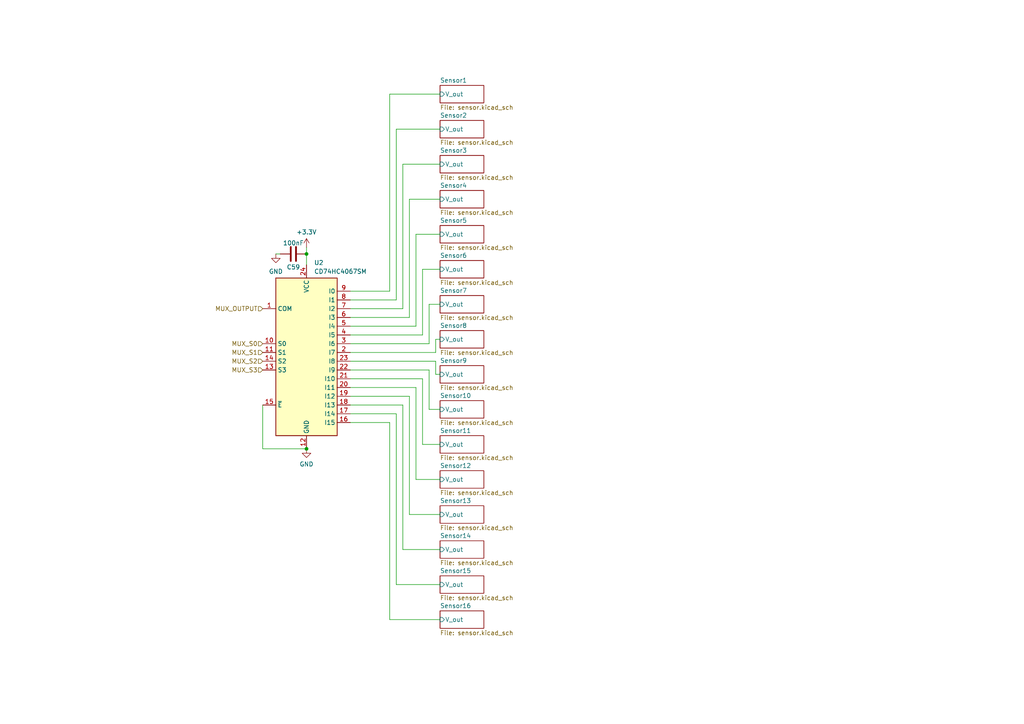
<source format=kicad_sch>
(kicad_sch (version 20230121) (generator eeschema)
  (paper "A4")
  (lib_symbols
    (symbol "74xx:CD74HC4067SM"
      (property "Reference" "U" (at -8.89 22.86 0))
      (property "Value" "CD74HC4067SM" (at 1.27 22.86 0))
      (symbol "CD74HC4067SM_0_1"
        (rectangle (start -8.89 21.59) (end 8.89 -24.13) (stroke (width 0.254)) (fill (type background)))
      )
      (symbol "CD74HC4067SM_1_1"
        (pin passive line (at -12.7 12.7 0) (length 3.81) (name "COM") (number "1"))
        (pin input line (at -12.7 2.54 0) (length 3.81) (name "S0") (number "10"))
        (pin input line (at -12.7 0 0) (length 3.81) (name "S1") (number "11"))
        (pin power_in line (at 0 -27.94 90) (length 3.81) (name "GND") (number "12"))
        (pin input line (at -12.7 -5.08 0) (length 3.81) (name "S3") (number "13"))
        (pin input line (at -12.7 -2.54 0) (length 3.81) (name "S2") (number "14"))
        (pin input line (at -12.7 -15.24 0) (length 3.81) (name "~{E}") (number "15"))
        (pin passive line (at 12.7 -20.32 180) (length 3.81) (name "I15") (number "16"))
        (pin passive line (at 12.7 -17.78 180) (length 3.81) (name "I14") (number "17"))
        (pin passive line (at 12.7 -15.24 180) (length 3.81) (name "I13") (number "18"))
        (pin passive line (at 12.7 -12.7 180) (length 3.81) (name "I12") (number "19"))
        (pin passive line (at 12.7 0 180) (length 3.81) (name "I7") (number "2"))
        (pin passive line (at 12.7 -10.16 180) (length 3.81) (name "I11") (number "20"))
        (pin passive line (at 12.7 -7.62 180) (length 3.81) (name "I10") (number "21"))
        (pin passive line (at 12.7 -5.08 180) (length 3.81) (name "I9") (number "22"))
        (pin passive line (at 12.7 -2.54 180) (length 3.81) (name "I8") (number "23"))
        (pin power_in line (at 0 25.4 270) (length 3.81) (name "VCC") (number "24"))
        (pin passive line (at 12.7 2.54 180) (length 3.81) (name "I6") (number "3"))
        (pin passive line (at 12.7 5.08 180) (length 3.81) (name "I5") (number "4"))
        (pin passive line (at 12.7 7.62 180) (length 3.81) (name "I4") (number "5"))
        (pin passive line (at 12.7 10.16 180) (length 3.81) (name "I3") (number "6"))
        (pin passive line (at 12.7 12.7 180) (length 3.81) (name "I2") (number "7"))
        (pin passive line (at 12.7 15.24 180) (length 3.81) (name "I1") (number "8"))
        (pin passive line (at 12.7 17.78 180) (length 3.81) (name "I0") (number "9"))
      )
    )
    (symbol "Device:C" (pin_numbers hide) (pin_names (offset 0.254))
      (property "Reference" "C" (at 0.635 2.54 0))
      (property "Value" "C" (at 0.635 -2.54 0))
      (symbol "C_0_1"
        (polyline (pts (xy -2.032 -0.762) (xy 2.032 -0.762)) (stroke (width 0.508)))
        (polyline (pts (xy -2.032 0.762) (xy 2.032 0.762)) (stroke (width 0.508)))
      )
      (symbol "C_1_1"
        (pin passive line (at 0 3.81 270) (length 2.794) (name "~") (number "1"))
        (pin passive line (at 0 -3.81 90) (length 2.794) (name "~") (number "2"))
      )
    )
    (symbol "power:+3.3V" (power) (pin_names (offset 0))
      (property "Value" "+3.3V" (at 0 3.556 0))
      (symbol "+3.3V_0_1"
        (polyline (pts (xy -0.762 1.27) (xy 0 2.54)))
        (polyline (pts (xy 0 0) (xy 0 2.54)))
        (polyline (pts (xy 0 2.54) (xy 0.762 1.27)))
      )
      (symbol "+3.3V_1_1"
        (pin power_in line (at 0 0 90) (length 0) hide (name "+3.3V") (number "1"))
      )
    )
    (symbol "power:GND" (power) (pin_names (offset 0))
      (property "Value" "GND" (at 0 -3.81 0))
      (symbol "GND_0_1"
        (polyline (pts (xy 0 0) (xy 0 -1.27) (xy 1.27 -1.27) (xy 0 -2.54) (xy -1.27 -1.27) (xy 0 -1.27)))
      )
      (symbol "GND_1_1"
        (pin power_in line (at 0 0 270) (length 0) hide (name "GND") (number "1"))
      )
    )
  )
  (junction (at 88.9 73.66))
  (junction (at 88.9 130.175))
  (wire (pts (xy 101.6 84.455) (xy 113.03 84.455)))
  (wire (pts (xy 114.935 169.545) (xy 127.635 169.545)))
  (wire (pts (xy 88.9 73.66) (xy 88.9 76.835)))
  (wire (pts (xy 101.6 92.075) (xy 118.745 92.075)))
  (wire (pts (xy 126.365 104.775) (xy 101.6 104.775)))
  (wire (pts (xy 118.745 57.785) (xy 127.635 57.785)))
  (wire (pts (xy 120.65 112.395) (xy 120.65 139.065)))
  (wire (pts (xy 118.745 149.225) (xy 127.635 149.225)))
  (wire (pts (xy 76.2 130.175) (xy 88.9 130.175)))
  (wire (pts (xy 113.03 27.305) (xy 127.635 27.305)))
  (wire (pts (xy 122.555 109.855) (xy 122.555 128.905)))
  (wire (pts (xy 88.9 71.755) (xy 88.9 73.66)))
  (wire (pts (xy 101.6 117.475) (xy 116.84 117.475)))
  (wire (pts (xy 101.6 102.235) (xy 126.365 102.235)))
  (wire (pts (xy 114.935 37.465) (xy 127.635 37.465)))
  (wire (pts (xy 101.6 114.935) (xy 118.745 114.935)))
  (wire (pts (xy 101.6 107.315) (xy 124.46 107.315)))
  (wire (pts (xy 113.03 122.555) (xy 113.03 179.705)))
  (wire (pts (xy 126.365 102.235) (xy 126.365 98.425)))
  (wire (pts (xy 116.84 89.535) (xy 116.84 47.625)))
  (wire (pts (xy 120.65 94.615) (xy 120.65 67.945)))
  (wire (pts (xy 101.6 112.395) (xy 120.65 112.395)))
  (wire (pts (xy 101.6 99.695) (xy 124.46 99.695)))
  (wire (pts (xy 113.03 84.455) (xy 113.03 27.305)))
  (wire (pts (xy 101.6 86.995) (xy 114.935 86.995)))
  (wire (pts (xy 116.84 159.385) (xy 127.635 159.385)))
  (wire (pts (xy 122.555 128.905) (xy 127.635 128.905)))
  (wire (pts (xy 114.935 120.015) (xy 114.935 169.545)))
  (wire (pts (xy 118.745 114.935) (xy 118.745 149.225)))
  (wire (pts (xy 122.555 97.155) (xy 122.555 78.105)))
  (wire (pts (xy 116.84 47.625) (xy 127.635 47.625)))
  (wire (pts (xy 114.935 86.995) (xy 114.935 37.465)))
  (wire (pts (xy 118.745 92.075) (xy 118.745 57.785)))
  (wire (pts (xy 80.01 73.66) (xy 81.28 73.66)))
  (wire (pts (xy 101.6 122.555) (xy 113.03 122.555)))
  (wire (pts (xy 120.65 67.945) (xy 127.635 67.945)))
  (wire (pts (xy 126.365 98.425) (xy 127.635 98.425)))
  (wire (pts (xy 122.555 78.105) (xy 127.635 78.105)))
  (wire (pts (xy 101.6 89.535) (xy 116.84 89.535)))
  (wire (pts (xy 101.6 94.615) (xy 120.65 94.615)))
  (wire (pts (xy 101.6 109.855) (xy 122.555 109.855)))
  (wire (pts (xy 124.46 88.265) (xy 127.635 88.265)))
  (wire (pts (xy 126.365 108.585) (xy 126.365 104.775)))
  (wire (pts (xy 124.46 99.695) (xy 124.46 88.265)))
  (wire (pts (xy 116.84 117.475) (xy 116.84 159.385)))
  (wire (pts (xy 76.2 117.475) (xy 76.2 130.175)))
  (wire (pts (xy 113.03 179.705) (xy 127.635 179.705)))
  (wire (pts (xy 120.65 139.065) (xy 127.635 139.065)))
  (wire (pts (xy 127.635 108.585) (xy 126.365 108.585)))
  (wire (pts (xy 101.6 120.015) (xy 114.935 120.015)))
  (wire (pts (xy 101.6 97.155) (xy 122.555 97.155)))
  (wire (pts (xy 124.46 107.315) (xy 124.46 118.745)))
  (wire (pts (xy 124.46 118.745) (xy 127.635 118.745)))
  (hierarchical_label "MUX_S1" (shape input) (at 76.2 102.235 180))
  (hierarchical_label "MUX_OUTPUT" (shape input) (at 76.2 89.535 180))
  (hierarchical_label "MUX_S2" (shape input) (at 76.2 104.775 180))
  (hierarchical_label "MUX_S0" (shape input) (at 76.2 99.695 180))
  (hierarchical_label "MUX_S3" (shape input) (at 76.2 107.315 180))
  (symbol (lib_id "74xx:CD74HC4067SM") (at 88.9 102.235 0) (unit 1)
    (property "Reference" "U2" (at 91.0941 76.2 0) (effects (justify left)))
    (property "Value" "CD74HC4067SM" (at 91.0941 78.74 0) (effects (justify left)))
    (property "Footprint" "Package_SO:SSOP-24_5.3x8.2mm_P0.65mm" (effects hide))
    (property "Datasheet" "http://www.ti.com/lit/ds/symlink/cd74hc4067.pdf" (effects hide))
    (instances (project "finalhe" (path "" (reference "U2") (unit 1)) (path "" (reference "U3") (unit 1)) (path "" (reference "U4") (unit 1))))
  )
  (symbol (lib_id "Device:C") (at 85.09 73.66 90) (unit 1)
    (property "Reference" "C59" (at 85.09 77.47 90))
    (property "Value" "100nF" (at 85.09 70.485 90))
    (instances (project "finalhe" (path "" (reference "C59") (unit 1)) (path "" (reference "C60") (unit 1)) (path "" (reference "C61") (unit 1))))
  )
  (symbol (lib_id "power:+3.3V") (at 88.9 71.755 0) (unit 1)
    (property "Reference" "#PWR058" (effects hide))
    (property "Value" "+3.3V" (at 88.9 67.31 0))
    (instances (project "finalhe" (path "" (reference "#PWR058") (unit 1)) (path "" (reference "#PWR062") (unit 1)) (path "" (reference "#PWR0113") (unit 1))))
  )
  (symbol (lib_id "power:GND") (at 80.01 73.66 0) (unit 1)
    (property "Reference" "#PWR0168" (effects hide))
    (property "Value" "GND" (at 80.01 78.74 0))
    (instances (project "finalhe" (path "" (reference "#PWR0168") (unit 1)) (path "" (reference "#PWR0169") (unit 1)) (path "" (reference "#PWR0170") (unit 1))))
  )
  (symbol (lib_id "power:GND") (at 88.9 130.175 0) (unit 1)
    (property "Reference" "#PWR060" (effects hide))
    (property "Value" "GND" (at 88.9 134.62 0))
    (instances (project "finalhe" (path "" (reference "#PWR060") (unit 1)) (path "" (reference "#PWR063") (unit 1)) (path "" (reference "#PWR0114") (unit 1))))
  )
  (sheet (at 127.635 177.165) (size 12.7 5.08) (stroke (width 0.1524))
    (property "Sheetname" "Sensor16" (at 127.635 176.4534 0) (effects (justify left bottom)))
    (property "Sheetfile" "sensor.kicad_sch" (at 127.635 182.8296 0) (effects (justify left top)))
    (pin "V_out" input (at 127.635 179.705 180))
  )
  (sheet (at 127.635 106.045) (size 12.7 5.08) (stroke (width 0.1524))
    (property "Sheetname" "Sensor9" (at 127.635 105.3334 0) (effects (justify left bottom)))
    (property "Sheetfile" "sensor.kicad_sch" (at 127.635 111.7096 0) (effects (justify left top)))
    (pin "V_out" input (at 127.635 108.585 180))
  )
  (sheet (at 127.635 34.925) (size 12.7 5.08) (stroke (width 0.1524))
    (property "Sheetname" "Sensor2" (at 127.635 34.2134 0) (effects (justify left bottom)))
    (property "Sheetfile" "sensor.kicad_sch" (at 127.635 40.5896 0) (effects (justify left top)))
    (pin "V_out" input (at 127.635 37.465 180))
  )
  (sheet (at 127.635 95.885) (size 12.7 5.08) (stroke (width 0.1524))
    (property "Sheetname" "Sensor8" (at 127.635 95.1734 0) (effects (justify left bottom)))
    (property "Sheetfile" "sensor.kicad_sch" (at 127.635 101.5496 0) (effects (justify left top)))
    (pin "V_out" input (at 127.635 98.425 180))
  )
  (sheet (at 127.635 167.005) (size 12.7 5.08) (stroke (width 0.1524))
    (property "Sheetname" "Sensor15" (at 127.635 166.2934 0) (effects (justify left bottom)))
    (property "Sheetfile" "sensor.kicad_sch" (at 127.635 172.6696 0) (effects (justify left top)))
    (pin "V_out" input (at 127.635 169.545 180))
  )
  (sheet (at 127.635 156.845) (size 12.7 5.08) (stroke (width 0.1524))
    (property "Sheetname" "Sensor14" (at 127.635 156.1334 0) (effects (justify left bottom)))
    (property "Sheetfile" "sensor.kicad_sch" (at 127.635 162.5096 0) (effects (justify left top)))
    (pin "V_out" input (at 127.635 159.385 180))
  )
  (sheet (at 127.635 55.245) (size 12.7 5.08) (stroke (width 0.1524))
    (property "Sheetname" "Sensor4" (at 127.635 54.5334 0) (effects (justify left bottom)))
    (property "Sheetfile" "sensor.kicad_sch" (at 127.635 60.9096 0) (effects (justify left top)))
    (pin "V_out" input (at 127.635 57.785 180))
  )
  (sheet (at 127.635 45.085) (size 12.7 5.08) (stroke (width 0.1524))
    (property "Sheetname" "Sensor3" (at 127.635 44.3734 0) (effects (justify left bottom)))
    (property "Sheetfile" "sensor.kicad_sch" (at 127.635 50.7496 0) (effects (justify left top)))
    (pin "V_out" input (at 127.635 47.625 180))
  )
  (sheet (at 127.635 126.365) (size 12.7 5.08) (stroke (width 0.1524))
    (property "Sheetname" "Sensor11" (at 127.635 125.6534 0) (effects (justify left bottom)))
    (property "Sheetfile" "sensor.kicad_sch" (at 127.635 132.0296 0) (effects (justify left top)))
    (pin "V_out" input (at 127.635 128.905 180))
  )
  (sheet (at 127.635 24.765) (size 12.7 5.08) (stroke (width 0.1524))
    (property "Sheetname" "Sensor1" (at 127.635 24.0534 0) (effects (justify left bottom)))
    (property "Sheetfile" "sensor.kicad_sch" (at 127.635 30.4296 0) (effects (justify left top)))
    (pin "V_out" input (at 127.635 27.305 180))
  )
  (sheet (at 127.635 85.725) (size 12.7 5.08) (stroke (width 0.1524))
    (property "Sheetname" "Sensor7" (at 127.635 85.0134 0) (effects (justify left bottom)))
    (property "Sheetfile" "sensor.kicad_sch" (at 127.635 91.3896 0) (effects (justify left top)))
    (pin "V_out" input (at 127.635 88.265 180))
  )
  (sheet (at 127.635 65.405) (size 12.7 5.08) (stroke (width 0.1524))
    (property "Sheetname" "Sensor5" (at 127.635 64.6934 0) (effects (justify left bottom)))
    (property "Sheetfile" "sensor.kicad_sch" (at 127.635 71.0696 0) (effects (justify left top)))
    (pin "V_out" input (at 127.635 67.945 180))
  )
  (sheet (at 127.635 116.205) (size 12.7 5.08) (stroke (width 0.1524))
    (property "Sheetname" "Sensor10" (at 127.635 115.4934 0) (effects (justify left bottom)))
    (property "Sheetfile" "sensor.kicad_sch" (at 127.635 121.8696 0) (effects (justify left top)))
    (pin "V_out" input (at 127.635 118.745 180))
  )
  (sheet (at 127.635 146.685) (size 12.7 5.08) (stroke (width 0.1524))
    (property "Sheetname" "Sensor13" (at 127.635 145.9734 0) (effects (justify left bottom)))
    (property "Sheetfile" "sensor.kicad_sch" (at 127.635 152.3496 0) (effects (justify left top)))
    (pin "V_out" input (at 127.635 149.225 180))
  )
  (sheet (at 127.635 136.525) (size 12.7 5.08) (stroke (width 0.1524))
    (property "Sheetname" "Sensor12" (at 127.635 135.8134 0) (effects (justify left bottom)))
    (property "Sheetfile" "sensor.kicad_sch" (at 127.635 142.1896 0) (effects (justify left top)))
    (pin "V_out" input (at 127.635 139.065 180))
  )
  (sheet (at 127.635 75.565) (size 12.7 5.08) (stroke (width 0.1524))
    (property "Sheetname" "Sensor6" (at 127.635 74.8534 0) (effects (justify left bottom)))
    (property "Sheetfile" "sensor.kicad_sch" (at 127.635 81.2296 0) (effects (justify left top)))
    (pin "V_out" input (at 127.635 78.105 180))
  )
)
</source>
